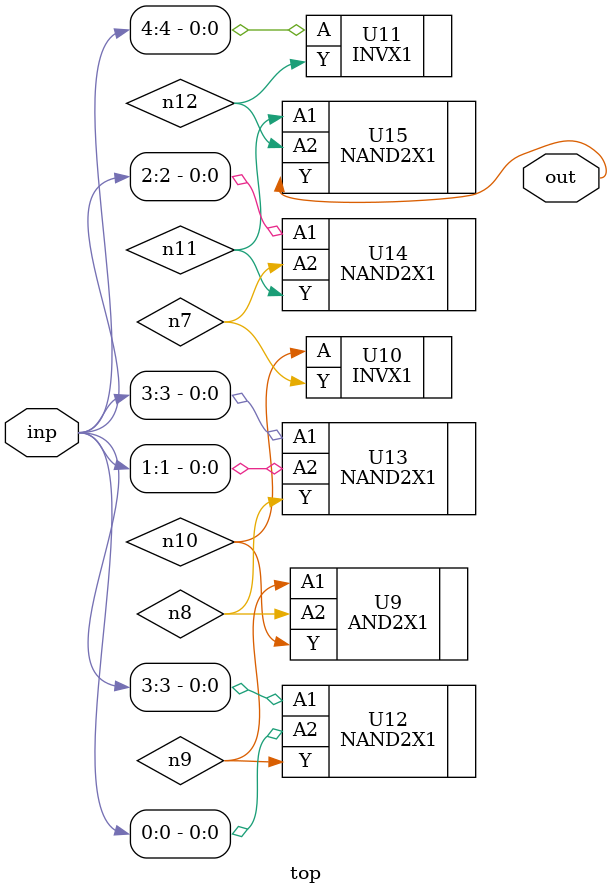
<source format=sv>


module top ( inp, out );
  input [4:0] inp;
  output out;
  wire   n7, n8, n9, n10, n11, n12;

  AND2X1 U9 ( .A1(n9), .A2(n8), .Y(n10) );
  INVX1 U10 ( .A(n10), .Y(n7) );
  INVX1 U11 ( .A(inp[4]), .Y(n12) );
  NAND2X1 U12 ( .A1(inp[3]), .A2(inp[0]), .Y(n9) );
  NAND2X1 U13 ( .A1(inp[3]), .A2(inp[1]), .Y(n8) );
  NAND2X1 U14 ( .A1(inp[2]), .A2(n7), .Y(n11) );
  NAND2X1 U15 ( .A1(n11), .A2(n12), .Y(out) );
endmodule


</source>
